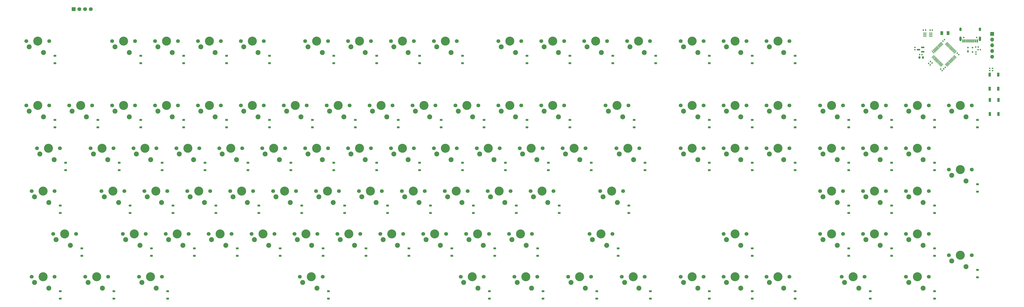
<source format=gbr>
%TF.GenerationSoftware,KiCad,Pcbnew,9.0.2*%
%TF.CreationDate,2025-06-28T16:46:27+02:00*%
%TF.ProjectId,modern-keyboard-template,6d6f6465-726e-42d6-9b65-79626f617264,rev?*%
%TF.SameCoordinates,Original*%
%TF.FileFunction,Soldermask,Bot*%
%TF.FilePolarity,Negative*%
%FSLAX46Y46*%
G04 Gerber Fmt 4.6, Leading zero omitted, Abs format (unit mm)*
G04 Created by KiCad (PCBNEW 9.0.2) date 2025-06-28 16:46:27*
%MOMM*%
%LPD*%
G01*
G04 APERTURE LIST*
G04 Aperture macros list*
%AMRoundRect*
0 Rectangle with rounded corners*
0 $1 Rounding radius*
0 $2 $3 $4 $5 $6 $7 $8 $9 X,Y pos of 4 corners*
0 Add a 4 corners polygon primitive as box body*
4,1,4,$2,$3,$4,$5,$6,$7,$8,$9,$2,$3,0*
0 Add four circle primitives for the rounded corners*
1,1,$1+$1,$2,$3*
1,1,$1+$1,$4,$5*
1,1,$1+$1,$6,$7*
1,1,$1+$1,$8,$9*
0 Add four rect primitives between the rounded corners*
20,1,$1+$1,$2,$3,$4,$5,0*
20,1,$1+$1,$4,$5,$6,$7,0*
20,1,$1+$1,$6,$7,$8,$9,0*
20,1,$1+$1,$8,$9,$2,$3,0*%
G04 Aperture macros list end*
%ADD10R,1.700000X1.700000*%
%ADD11O,1.700000X1.700000*%
%ADD12RoundRect,0.140000X-0.219203X-0.021213X-0.021213X-0.219203X0.219203X0.021213X0.021213X0.219203X0*%
%ADD13RoundRect,0.140000X-0.021213X0.219203X-0.219203X0.021213X0.021213X-0.219203X0.219203X-0.021213X0*%
%ADD14RoundRect,0.075000X-0.415425X-0.521491X0.521491X0.415425X0.415425X0.521491X-0.521491X-0.415425X0*%
%ADD15RoundRect,0.075000X0.415425X-0.521491X0.521491X-0.415425X-0.415425X0.521491X-0.521491X0.415425X0*%
%ADD16RoundRect,0.140000X-0.170000X0.140000X-0.170000X-0.140000X0.170000X-0.140000X0.170000X0.140000X0*%
%ADD17RoundRect,0.150000X0.587500X0.150000X-0.587500X0.150000X-0.587500X-0.150000X0.587500X-0.150000X0*%
%ADD18RoundRect,0.140000X0.219203X0.021213X0.021213X0.219203X-0.219203X-0.021213X-0.021213X-0.219203X0*%
%ADD19R,1.000000X1.700000*%
%ADD20RoundRect,0.140000X0.170000X-0.140000X0.170000X0.140000X-0.170000X0.140000X-0.170000X-0.140000X0*%
%ADD21RoundRect,0.135000X-0.185000X0.135000X-0.185000X-0.135000X0.185000X-0.135000X0.185000X0.135000X0*%
%ADD22O,1.000000X2.100000*%
%ADD23O,1.000000X1.600000*%
%ADD24R,0.600000X1.450000*%
%ADD25R,0.300000X1.450000*%
%ADD26C,0.650000*%
%ADD27RoundRect,0.140000X-0.140000X-0.170000X0.140000X-0.170000X0.140000X0.170000X-0.140000X0.170000X0*%
%ADD28RoundRect,0.250000X0.375000X0.625000X-0.375000X0.625000X-0.375000X-0.625000X0.375000X-0.625000X0*%
%ADD29RoundRect,0.140000X0.140000X0.170000X-0.140000X0.170000X-0.140000X-0.170000X0.140000X-0.170000X0*%
%ADD30RoundRect,0.135000X-0.135000X-0.185000X0.135000X-0.185000X0.135000X0.185000X-0.135000X0.185000X0*%
%ADD31RoundRect,0.140000X0.021213X-0.219203X0.219203X-0.021213X-0.021213X0.219203X-0.219203X0.021213X0*%
%ADD32RoundRect,0.175000X-0.175000X-0.325000X0.175000X-0.325000X0.175000X0.325000X-0.175000X0.325000X0*%
%ADD33RoundRect,0.150000X-0.200000X-0.150000X0.200000X-0.150000X0.200000X0.150000X-0.200000X0.150000X0*%
%ADD34RoundRect,0.100000X0.650000X0.100000X-0.650000X0.100000X-0.650000X-0.100000X0.650000X-0.100000X0*%
%ADD35RoundRect,0.135000X0.135000X0.185000X-0.135000X0.185000X-0.135000X-0.185000X0.135000X-0.185000X0*%
%ADD36RoundRect,0.225000X0.225000X0.250000X-0.225000X0.250000X-0.225000X-0.250000X0.225000X-0.250000X0*%
%ADD37RoundRect,0.135000X0.185000X-0.135000X0.185000X0.135000X-0.185000X0.135000X-0.185000X-0.135000X0*%
%ADD38C,2.200000*%
%ADD39C,1.700000*%
%ADD40C,4.000000*%
%ADD41RoundRect,0.225000X0.375000X-0.225000X0.375000X0.225000X-0.375000X0.225000X-0.375000X-0.225000X0*%
G04 APERTURE END LIST*
D10*
%TO.C,J2*%
X459270000Y-29730000D03*
D11*
X459270000Y-32270000D03*
X459270000Y-34810000D03*
X459270000Y-37350000D03*
X459270000Y-39890000D03*
%TD*%
D12*
%TO.C,C6*%
X436343152Y-45408370D03*
X437021974Y-46087192D03*
%TD*%
D13*
%TO.C,C5*%
X438436188Y-44701264D03*
X437757366Y-45380086D03*
%TD*%
D14*
%TO.C,U1*%
X436921212Y-43741366D03*
X436567658Y-43387812D03*
X436214105Y-43034259D03*
X435860551Y-42680705D03*
X435506998Y-42327152D03*
X435153445Y-41973599D03*
X434799891Y-41620045D03*
X434446338Y-41266492D03*
X434092785Y-40912939D03*
X433739231Y-40559385D03*
X433385678Y-40205832D03*
X433032124Y-39852278D03*
D15*
X433032124Y-37854702D03*
X433385678Y-37501148D03*
X433739231Y-37147595D03*
X434092785Y-36794041D03*
X434446338Y-36440488D03*
X434799891Y-36086935D03*
X435153445Y-35733381D03*
X435506998Y-35379828D03*
X435860551Y-35026275D03*
X436214105Y-34672721D03*
X436567658Y-34319168D03*
X436921212Y-33965614D03*
D14*
X438918788Y-33965614D03*
X439272342Y-34319168D03*
X439625895Y-34672721D03*
X439979449Y-35026275D03*
X440333002Y-35379828D03*
X440686555Y-35733381D03*
X441040109Y-36086935D03*
X441393662Y-36440488D03*
X441747215Y-36794041D03*
X442100769Y-37147595D03*
X442454322Y-37501148D03*
X442807876Y-37854702D03*
D15*
X442807876Y-39852278D03*
X442454322Y-40205832D03*
X442100769Y-40559385D03*
X441747215Y-40912939D03*
X441393662Y-41266492D03*
X441040109Y-41620045D03*
X440686555Y-41973599D03*
X440333002Y-42327152D03*
X439979449Y-42680705D03*
X439625895Y-43034259D03*
X439272342Y-43387812D03*
X438918788Y-43741366D03*
%TD*%
D16*
%TO.C,C8*%
X452020000Y-37780000D03*
X452020000Y-38740000D03*
%TD*%
D17*
%TO.C,U3*%
X428408395Y-35805221D03*
X428408395Y-37705221D03*
X426533395Y-36755221D03*
%TD*%
D18*
%TO.C,C1*%
X431718673Y-43593336D03*
X431039851Y-42914514D03*
%TD*%
D19*
%TO.C,BOOT1*%
X461980000Y-54180000D03*
X461980000Y-47880000D03*
X458180000Y-54180000D03*
X458180000Y-47880000D03*
%TD*%
D20*
%TO.C,C9*%
X424975895Y-36752721D03*
X424975895Y-35792721D03*
%TD*%
D19*
%TO.C,RST1*%
X458260000Y-59140000D03*
X458260000Y-65440000D03*
X462060000Y-59140000D03*
X462060000Y-65440000D03*
%TD*%
D21*
%TO.C,R4*%
X459370000Y-45050000D03*
X459370000Y-46070000D03*
%TD*%
D22*
%TO.C,J1*%
X453830000Y-31940000D03*
D23*
X453830000Y-27760000D03*
D22*
X445190000Y-31940000D03*
D23*
X445190000Y-27760000D03*
D24*
X446260000Y-32855000D03*
X447060000Y-32855000D03*
D25*
X447760000Y-32855000D03*
X448760000Y-32855000D03*
X450260000Y-32855000D03*
X451260000Y-32855000D03*
D24*
X451960000Y-32855000D03*
X452760000Y-32855000D03*
X452760000Y-32855000D03*
X451960000Y-32855000D03*
D25*
X450760000Y-32855000D03*
X449760000Y-32855000D03*
X449260000Y-32855000D03*
X448260000Y-32855000D03*
D24*
X447060000Y-32855000D03*
X446260000Y-32855000D03*
D26*
X452400000Y-31410000D03*
X446620000Y-31410000D03*
%TD*%
D27*
%TO.C,C43*%
X431710000Y-28050000D03*
X432670000Y-28050000D03*
%TD*%
D28*
%TO.C,F1*%
X439700000Y-29390000D03*
X436900000Y-29390000D03*
%TD*%
D29*
%TO.C,C10*%
X428070000Y-39030000D03*
X427110000Y-39030000D03*
%TD*%
D30*
%TO.C,R2*%
X452000000Y-35567500D03*
X453020000Y-35567500D03*
%TD*%
D31*
%TO.C,C4*%
X437403812Y-33005717D03*
X438082634Y-32326895D03*
%TD*%
D32*
%TO.C,U2*%
X448510000Y-37567500D03*
D33*
X448510000Y-35867500D03*
X450510000Y-35867500D03*
X450510000Y-37767500D03*
%TD*%
D12*
%TO.C,C3*%
X443767773Y-38337303D03*
X444446595Y-39016125D03*
%TD*%
D34*
%TO.C,U5*%
X431998628Y-29440000D03*
X431998628Y-30090000D03*
X431998628Y-30740000D03*
X429338628Y-30740000D03*
X429338628Y-30090000D03*
X429338628Y-29440000D03*
%TD*%
D35*
%TO.C,R1*%
X453980000Y-36797500D03*
X452960000Y-36797500D03*
%TD*%
D12*
%TO.C,C7*%
X431923735Y-42030630D03*
X432602557Y-42709452D03*
%TD*%
D36*
%TO.C,C2*%
X428495895Y-40292721D03*
X426945895Y-40292721D03*
%TD*%
D27*
%TO.C,C44*%
X428718628Y-28060000D03*
X429678628Y-28060000D03*
%TD*%
D37*
%TO.C,R3*%
X458170000Y-46120000D03*
X458170000Y-45100000D03*
%TD*%
D38*
%TO.C,MX1*%
X31750000Y-35560000D03*
X38100000Y-38100000D03*
D39*
X40640000Y-33020000D03*
D40*
X35560000Y-33020000D03*
D39*
X30480000Y-33020000D03*
%TD*%
D38*
%TO.C,MX2*%
X69850000Y-35560000D03*
X76200000Y-38100000D03*
D39*
X78740000Y-33020000D03*
D40*
X73660000Y-33020000D03*
D39*
X68580000Y-33020000D03*
%TD*%
D38*
%TO.C,MX3*%
X88900000Y-35560000D03*
X95250000Y-38100000D03*
D39*
X97790000Y-33020000D03*
D40*
X92710000Y-33020000D03*
D39*
X87630000Y-33020000D03*
%TD*%
D38*
%TO.C,MX4*%
X107950000Y-35560000D03*
X114300000Y-38100000D03*
D39*
X116840000Y-33020000D03*
D40*
X111760000Y-33020000D03*
D39*
X106680000Y-33020000D03*
%TD*%
D38*
%TO.C,MX5*%
X127000000Y-35560000D03*
X133350000Y-38100000D03*
D39*
X135890000Y-33020000D03*
D40*
X130810000Y-33020000D03*
D39*
X125730000Y-33020000D03*
%TD*%
D38*
%TO.C,MX6*%
X155575000Y-35560000D03*
X161925000Y-38100000D03*
D39*
X164465000Y-33020000D03*
D40*
X159385000Y-33020000D03*
D39*
X154305000Y-33020000D03*
%TD*%
D38*
%TO.C,MX7*%
X174625000Y-35560000D03*
X180975000Y-38100000D03*
D39*
X183515000Y-33020000D03*
D40*
X178435000Y-33020000D03*
D39*
X173355000Y-33020000D03*
%TD*%
D38*
%TO.C,MX8*%
X193675000Y-35560000D03*
X200025000Y-38100000D03*
D39*
X202565000Y-33020000D03*
D40*
X197485000Y-33020000D03*
D39*
X192405000Y-33020000D03*
%TD*%
D38*
%TO.C,MX9*%
X212725000Y-35560000D03*
X219075000Y-38100000D03*
D39*
X221615000Y-33020000D03*
D40*
X216535000Y-33020000D03*
D39*
X211455000Y-33020000D03*
%TD*%
D38*
%TO.C,MX10*%
X241300000Y-35560000D03*
X247650000Y-38100000D03*
D39*
X250190000Y-33020000D03*
D40*
X245110000Y-33020000D03*
D39*
X240030000Y-33020000D03*
%TD*%
D38*
%TO.C,MX11*%
X260350000Y-35560000D03*
X266700000Y-38100000D03*
D39*
X269240000Y-33020000D03*
D40*
X264160000Y-33020000D03*
D39*
X259080000Y-33020000D03*
%TD*%
D38*
%TO.C,MX12*%
X279400000Y-35560000D03*
X285750000Y-38100000D03*
D39*
X288290000Y-33020000D03*
D40*
X283210000Y-33020000D03*
D39*
X278130000Y-33020000D03*
%TD*%
D38*
%TO.C,MX13*%
X298450000Y-35560000D03*
X304800000Y-38100000D03*
D39*
X307340000Y-33020000D03*
D40*
X302260000Y-33020000D03*
D39*
X297180000Y-33020000D03*
%TD*%
D38*
%TO.C,MX14*%
X322262500Y-35560000D03*
X328612500Y-38100000D03*
D39*
X331152500Y-33020000D03*
D40*
X326072500Y-33020000D03*
D39*
X320992500Y-33020000D03*
%TD*%
D38*
%TO.C,MX15*%
X341312500Y-35560000D03*
X347662500Y-38100000D03*
D39*
X350202500Y-33020000D03*
D40*
X345122500Y-33020000D03*
D39*
X340042500Y-33020000D03*
%TD*%
D38*
%TO.C,MX16*%
X360362500Y-35560000D03*
X366712500Y-38100000D03*
D39*
X369252500Y-33020000D03*
D40*
X364172500Y-33020000D03*
D39*
X359092500Y-33020000D03*
%TD*%
D38*
%TO.C,MX17*%
X31750000Y-64135000D03*
X38100000Y-66675000D03*
D39*
X40640000Y-61595000D03*
D40*
X35560000Y-61595000D03*
D39*
X30480000Y-61595000D03*
%TD*%
D38*
%TO.C,MX18*%
X50800000Y-64135000D03*
X57150000Y-66675000D03*
D39*
X59690000Y-61595000D03*
D40*
X54610000Y-61595000D03*
D39*
X49530000Y-61595000D03*
%TD*%
D38*
%TO.C,MX19*%
X69850000Y-64135000D03*
X76200000Y-66675000D03*
D39*
X78740000Y-61595000D03*
D40*
X73660000Y-61595000D03*
D39*
X68580000Y-61595000D03*
%TD*%
D38*
%TO.C,MX20*%
X88900000Y-64135000D03*
X95250000Y-66675000D03*
D39*
X97790000Y-61595000D03*
D40*
X92710000Y-61595000D03*
D39*
X87630000Y-61595000D03*
%TD*%
D38*
%TO.C,MX21*%
X107950000Y-64135000D03*
X114300000Y-66675000D03*
D39*
X116840000Y-61595000D03*
D40*
X111760000Y-61595000D03*
D39*
X106680000Y-61595000D03*
%TD*%
D38*
%TO.C,MX22*%
X127000000Y-64135000D03*
X133350000Y-66675000D03*
D39*
X135890000Y-61595000D03*
D40*
X130810000Y-61595000D03*
D39*
X125730000Y-61595000D03*
%TD*%
D38*
%TO.C,MX23*%
X146050000Y-64135000D03*
X152400000Y-66675000D03*
D39*
X154940000Y-61595000D03*
D40*
X149860000Y-61595000D03*
D39*
X144780000Y-61595000D03*
%TD*%
D38*
%TO.C,MX24*%
X165100000Y-64135000D03*
X171450000Y-66675000D03*
D39*
X173990000Y-61595000D03*
D40*
X168910000Y-61595000D03*
D39*
X163830000Y-61595000D03*
%TD*%
D38*
%TO.C,MX25*%
X184150000Y-64135000D03*
X190500000Y-66675000D03*
D39*
X193040000Y-61595000D03*
D40*
X187960000Y-61595000D03*
D39*
X182880000Y-61595000D03*
%TD*%
D38*
%TO.C,MX26*%
X203200000Y-64135000D03*
X209550000Y-66675000D03*
D39*
X212090000Y-61595000D03*
D40*
X207010000Y-61595000D03*
D39*
X201930000Y-61595000D03*
%TD*%
D38*
%TO.C,MX27*%
X222250000Y-64135000D03*
X228600000Y-66675000D03*
D39*
X231140000Y-61595000D03*
D40*
X226060000Y-61595000D03*
D39*
X220980000Y-61595000D03*
%TD*%
D38*
%TO.C,MX28*%
X241300000Y-64135000D03*
X247650000Y-66675000D03*
D39*
X250190000Y-61595000D03*
D40*
X245110000Y-61595000D03*
D39*
X240030000Y-61595000D03*
%TD*%
D38*
%TO.C,MX29*%
X260350000Y-64135000D03*
X266700000Y-66675000D03*
D39*
X269240000Y-61595000D03*
D40*
X264160000Y-61595000D03*
D39*
X259080000Y-61595000D03*
%TD*%
D38*
%TO.C,MX30*%
X288925000Y-64135000D03*
X295275000Y-66675000D03*
D39*
X297815000Y-61595000D03*
D40*
X292735000Y-61595000D03*
D39*
X287655000Y-61595000D03*
%TD*%
D38*
%TO.C,MX31*%
X322262500Y-64135000D03*
X328612500Y-66675000D03*
D39*
X331152500Y-61595000D03*
D40*
X326072500Y-61595000D03*
D39*
X320992500Y-61595000D03*
%TD*%
D38*
%TO.C,MX32*%
X341312500Y-64135000D03*
X347662500Y-66675000D03*
D39*
X350202500Y-61595000D03*
D40*
X345122500Y-61595000D03*
D39*
X340042500Y-61595000D03*
%TD*%
D38*
%TO.C,MX33*%
X360362500Y-64135000D03*
X366712500Y-66675000D03*
D39*
X369252500Y-61595000D03*
D40*
X364172500Y-61595000D03*
D39*
X359092500Y-61595000D03*
%TD*%
D38*
%TO.C,MX34*%
X384175000Y-64135000D03*
X390525000Y-66675000D03*
D39*
X393065000Y-61595000D03*
D40*
X387985000Y-61595000D03*
D39*
X382905000Y-61595000D03*
%TD*%
D38*
%TO.C,MX35*%
X403225000Y-64135000D03*
X409575000Y-66675000D03*
D39*
X412115000Y-61595000D03*
D40*
X407035000Y-61595000D03*
D39*
X401955000Y-61595000D03*
%TD*%
D38*
%TO.C,MX36*%
X422275000Y-64135000D03*
X428625000Y-66675000D03*
D39*
X431165000Y-61595000D03*
D40*
X426085000Y-61595000D03*
D39*
X421005000Y-61595000D03*
%TD*%
%TO.C,MX37*%
X440055000Y-61595000D03*
D40*
X445135000Y-61595000D03*
D39*
X450215000Y-61595000D03*
D38*
X447675000Y-66675000D03*
X441325000Y-64135000D03*
%TD*%
%TO.C,MX38*%
X36512500Y-83185000D03*
X42862500Y-85725000D03*
D39*
X45402500Y-80645000D03*
D40*
X40322500Y-80645000D03*
D39*
X35242500Y-80645000D03*
%TD*%
D38*
%TO.C,MX39*%
X60325000Y-83185000D03*
X66675000Y-85725000D03*
D39*
X69215000Y-80645000D03*
D40*
X64135000Y-80645000D03*
D39*
X59055000Y-80645000D03*
%TD*%
D38*
%TO.C,MX40*%
X79375000Y-83185000D03*
X85725000Y-85725000D03*
D39*
X88265000Y-80645000D03*
D40*
X83185000Y-80645000D03*
D39*
X78105000Y-80645000D03*
%TD*%
D38*
%TO.C,MX41*%
X98425000Y-83185000D03*
X104775000Y-85725000D03*
D39*
X107315000Y-80645000D03*
D40*
X102235000Y-80645000D03*
D39*
X97155000Y-80645000D03*
%TD*%
D38*
%TO.C,MX42*%
X117475000Y-83185000D03*
X123825000Y-85725000D03*
D39*
X126365000Y-80645000D03*
D40*
X121285000Y-80645000D03*
D39*
X116205000Y-80645000D03*
%TD*%
D38*
%TO.C,MX43*%
X136525000Y-83185000D03*
X142875000Y-85725000D03*
D39*
X145415000Y-80645000D03*
D40*
X140335000Y-80645000D03*
D39*
X135255000Y-80645000D03*
%TD*%
D38*
%TO.C,MX44*%
X155575000Y-83185000D03*
X161925000Y-85725000D03*
D39*
X164465000Y-80645000D03*
D40*
X159385000Y-80645000D03*
D39*
X154305000Y-80645000D03*
%TD*%
D38*
%TO.C,MX45*%
X174625000Y-83185000D03*
X180975000Y-85725000D03*
D39*
X183515000Y-80645000D03*
D40*
X178435000Y-80645000D03*
D39*
X173355000Y-80645000D03*
%TD*%
D38*
%TO.C,MX46*%
X193675000Y-83185000D03*
X200025000Y-85725000D03*
D39*
X202565000Y-80645000D03*
D40*
X197485000Y-80645000D03*
D39*
X192405000Y-80645000D03*
%TD*%
D38*
%TO.C,MX47*%
X212725000Y-83185000D03*
X219075000Y-85725000D03*
D39*
X221615000Y-80645000D03*
D40*
X216535000Y-80645000D03*
D39*
X211455000Y-80645000D03*
%TD*%
D38*
%TO.C,MX48*%
X231775000Y-83185000D03*
X238125000Y-85725000D03*
D39*
X240665000Y-80645000D03*
D40*
X235585000Y-80645000D03*
D39*
X230505000Y-80645000D03*
%TD*%
D38*
%TO.C,MX49*%
X250825000Y-83185000D03*
X257175000Y-85725000D03*
D39*
X259715000Y-80645000D03*
D40*
X254635000Y-80645000D03*
D39*
X249555000Y-80645000D03*
%TD*%
D38*
%TO.C,MX50*%
X269875000Y-83185000D03*
X276225000Y-85725000D03*
D39*
X278765000Y-80645000D03*
D40*
X273685000Y-80645000D03*
D39*
X268605000Y-80645000D03*
%TD*%
D38*
%TO.C,MX51*%
X293687500Y-83185000D03*
X300037500Y-85725000D03*
D39*
X302577500Y-80645000D03*
D40*
X297497500Y-80645000D03*
D39*
X292417500Y-80645000D03*
%TD*%
D38*
%TO.C,MX52*%
X322262500Y-83185000D03*
X328612500Y-85725000D03*
D39*
X331152500Y-80645000D03*
D40*
X326072500Y-80645000D03*
D39*
X320992500Y-80645000D03*
%TD*%
D38*
%TO.C,MX53*%
X341312500Y-83185000D03*
X347662500Y-85725000D03*
D39*
X350202500Y-80645000D03*
D40*
X345122500Y-80645000D03*
D39*
X340042500Y-80645000D03*
%TD*%
D38*
%TO.C,MX54*%
X360362500Y-83185000D03*
X366712500Y-85725000D03*
D39*
X369252500Y-80645000D03*
D40*
X364172500Y-80645000D03*
D39*
X359092500Y-80645000D03*
%TD*%
D38*
%TO.C,MX55*%
X384175000Y-83185000D03*
X390525000Y-85725000D03*
D39*
X393065000Y-80645000D03*
D40*
X387985000Y-80645000D03*
D39*
X382905000Y-80645000D03*
%TD*%
D38*
%TO.C,MX56*%
X403225000Y-83185000D03*
X409575000Y-85725000D03*
D39*
X412115000Y-80645000D03*
D40*
X407035000Y-80645000D03*
D39*
X401955000Y-80645000D03*
%TD*%
D38*
%TO.C,MX57*%
X422275000Y-83185000D03*
X428625000Y-85725000D03*
D39*
X431165000Y-80645000D03*
D40*
X426085000Y-80645000D03*
D39*
X421005000Y-80645000D03*
%TD*%
D38*
%TO.C,MX58*%
X441325000Y-92710000D03*
X447675000Y-95250000D03*
D39*
X450215000Y-90170000D03*
D40*
X445135000Y-90170000D03*
D39*
X440055000Y-90170000D03*
%TD*%
D38*
%TO.C,MX59*%
X34131250Y-102235000D03*
X40481250Y-104775000D03*
D39*
X43021250Y-99695000D03*
D40*
X37941250Y-99695000D03*
D39*
X32861250Y-99695000D03*
%TD*%
D38*
%TO.C,MX60*%
X65087500Y-102235000D03*
X71437500Y-104775000D03*
D39*
X73977500Y-99695000D03*
D40*
X68897500Y-99695000D03*
D39*
X63817500Y-99695000D03*
%TD*%
D38*
%TO.C,MX61*%
X84137500Y-102235000D03*
X90487500Y-104775000D03*
D39*
X93027500Y-99695000D03*
D40*
X87947500Y-99695000D03*
D39*
X82867500Y-99695000D03*
%TD*%
D38*
%TO.C,MX62*%
X103187500Y-102235000D03*
X109537500Y-104775000D03*
D39*
X112077500Y-99695000D03*
D40*
X106997500Y-99695000D03*
D39*
X101917500Y-99695000D03*
%TD*%
D38*
%TO.C,MX63*%
X122237500Y-102235000D03*
X128587500Y-104775000D03*
D39*
X131127500Y-99695000D03*
D40*
X126047500Y-99695000D03*
D39*
X120967500Y-99695000D03*
%TD*%
D38*
%TO.C,MX64*%
X141287500Y-102235000D03*
X147637500Y-104775000D03*
D39*
X150177500Y-99695000D03*
D40*
X145097500Y-99695000D03*
D39*
X140017500Y-99695000D03*
%TD*%
D38*
%TO.C,MX65*%
X160337500Y-102235000D03*
X166687500Y-104775000D03*
D39*
X169227500Y-99695000D03*
D40*
X164147500Y-99695000D03*
D39*
X159067500Y-99695000D03*
%TD*%
D38*
%TO.C,MX66*%
X179387500Y-102235000D03*
X185737500Y-104775000D03*
D39*
X188277500Y-99695000D03*
D40*
X183197500Y-99695000D03*
D39*
X178117500Y-99695000D03*
%TD*%
D38*
%TO.C,MX67*%
X198437500Y-102235000D03*
X204787500Y-104775000D03*
D39*
X207327500Y-99695000D03*
D40*
X202247500Y-99695000D03*
D39*
X197167500Y-99695000D03*
%TD*%
D38*
%TO.C,MX68*%
X217487500Y-102235000D03*
X223837500Y-104775000D03*
D39*
X226377500Y-99695000D03*
D40*
X221297500Y-99695000D03*
D39*
X216217500Y-99695000D03*
%TD*%
D38*
%TO.C,MX69*%
X236537500Y-102235000D03*
X242887500Y-104775000D03*
D39*
X245427500Y-99695000D03*
D40*
X240347500Y-99695000D03*
D39*
X235267500Y-99695000D03*
%TD*%
D38*
%TO.C,MX70*%
X255587500Y-102235000D03*
X261937500Y-104775000D03*
D39*
X264477500Y-99695000D03*
D40*
X259397500Y-99695000D03*
D39*
X254317500Y-99695000D03*
%TD*%
D38*
%TO.C,MX71*%
X286543750Y-102235000D03*
X292893750Y-104775000D03*
D39*
X295433750Y-99695000D03*
D40*
X290353750Y-99695000D03*
D39*
X285273750Y-99695000D03*
%TD*%
D38*
%TO.C,MX72*%
X384175000Y-102235000D03*
X390525000Y-104775000D03*
D39*
X393065000Y-99695000D03*
D40*
X387985000Y-99695000D03*
D39*
X382905000Y-99695000D03*
%TD*%
D38*
%TO.C,MX73*%
X403225000Y-102235000D03*
X409575000Y-104775000D03*
D39*
X412115000Y-99695000D03*
D40*
X407035000Y-99695000D03*
D39*
X401955000Y-99695000D03*
%TD*%
D38*
%TO.C,MX74*%
X422275000Y-102235000D03*
X428625000Y-104775000D03*
D39*
X431165000Y-99695000D03*
D40*
X426085000Y-99695000D03*
D39*
X421005000Y-99695000D03*
%TD*%
D38*
%TO.C,MX75*%
X43656250Y-121285000D03*
X50006250Y-123825000D03*
D39*
X52546250Y-118745000D03*
D40*
X47466250Y-118745000D03*
D39*
X42386250Y-118745000D03*
%TD*%
D38*
%TO.C,MX76*%
X74612500Y-121285000D03*
X80962500Y-123825000D03*
D39*
X83502500Y-118745000D03*
D40*
X78422500Y-118745000D03*
D39*
X73342500Y-118745000D03*
%TD*%
D38*
%TO.C,MX77*%
X93662500Y-121285000D03*
X100012500Y-123825000D03*
D39*
X102552500Y-118745000D03*
D40*
X97472500Y-118745000D03*
D39*
X92392500Y-118745000D03*
%TD*%
D38*
%TO.C,MX78*%
X112712500Y-121285000D03*
X119062500Y-123825000D03*
D39*
X121602500Y-118745000D03*
D40*
X116522500Y-118745000D03*
D39*
X111442500Y-118745000D03*
%TD*%
D38*
%TO.C,MX79*%
X131762500Y-121285000D03*
X138112500Y-123825000D03*
D39*
X140652500Y-118745000D03*
D40*
X135572500Y-118745000D03*
D39*
X130492500Y-118745000D03*
%TD*%
D38*
%TO.C,MX80*%
X150812500Y-121285000D03*
X157162500Y-123825000D03*
D39*
X159702500Y-118745000D03*
D40*
X154622500Y-118745000D03*
D39*
X149542500Y-118745000D03*
%TD*%
D38*
%TO.C,MX81*%
X169862500Y-121285000D03*
X176212500Y-123825000D03*
D39*
X178752500Y-118745000D03*
D40*
X173672500Y-118745000D03*
D39*
X168592500Y-118745000D03*
%TD*%
D38*
%TO.C,MX82*%
X188912500Y-121285000D03*
X195262500Y-123825000D03*
D39*
X197802500Y-118745000D03*
D40*
X192722500Y-118745000D03*
D39*
X187642500Y-118745000D03*
%TD*%
D38*
%TO.C,MX83*%
X207962500Y-121285000D03*
X214312500Y-123825000D03*
D39*
X216852500Y-118745000D03*
D40*
X211772500Y-118745000D03*
D39*
X206692500Y-118745000D03*
%TD*%
D38*
%TO.C,MX84*%
X227012500Y-121285000D03*
X233362500Y-123825000D03*
D39*
X235902500Y-118745000D03*
D40*
X230822500Y-118745000D03*
D39*
X225742500Y-118745000D03*
%TD*%
D38*
%TO.C,MX85*%
X246062500Y-121285000D03*
X252412500Y-123825000D03*
D39*
X254952500Y-118745000D03*
D40*
X249872500Y-118745000D03*
D39*
X244792500Y-118745000D03*
%TD*%
D38*
%TO.C,MX86*%
X281781250Y-121285000D03*
X288131250Y-123825000D03*
D39*
X290671250Y-118745000D03*
D40*
X285591250Y-118745000D03*
D39*
X280511250Y-118745000D03*
%TD*%
D38*
%TO.C,MX87*%
X341312500Y-121285000D03*
X347662500Y-123825000D03*
D39*
X350202500Y-118745000D03*
D40*
X345122500Y-118745000D03*
D39*
X340042500Y-118745000D03*
%TD*%
D38*
%TO.C,MX88*%
X384175000Y-121285000D03*
X390525000Y-123825000D03*
D39*
X393065000Y-118745000D03*
D40*
X387985000Y-118745000D03*
D39*
X382905000Y-118745000D03*
%TD*%
D38*
%TO.C,MX89*%
X403225000Y-121285000D03*
X409575000Y-123825000D03*
D39*
X412115000Y-118745000D03*
D40*
X407035000Y-118745000D03*
D39*
X401955000Y-118745000D03*
%TD*%
D38*
%TO.C,MX90*%
X422275000Y-121285000D03*
X428625000Y-123825000D03*
D39*
X431165000Y-118745000D03*
D40*
X426085000Y-118745000D03*
D39*
X421005000Y-118745000D03*
%TD*%
D38*
%TO.C,MX91*%
X441325000Y-130810000D03*
X447675000Y-133350000D03*
D39*
X450215000Y-128270000D03*
D40*
X445135000Y-128270000D03*
D39*
X440055000Y-128270000D03*
%TD*%
D38*
%TO.C,MX92*%
X34131250Y-140335000D03*
X40481250Y-142875000D03*
D39*
X43021250Y-137795000D03*
D40*
X37941250Y-137795000D03*
D39*
X32861250Y-137795000D03*
%TD*%
D38*
%TO.C,MX93*%
X57943750Y-140335000D03*
X64293750Y-142875000D03*
D39*
X66833750Y-137795000D03*
D40*
X61753750Y-137795000D03*
D39*
X56673750Y-137795000D03*
%TD*%
D38*
%TO.C,MX94*%
X81756250Y-140335000D03*
X88106250Y-142875000D03*
D39*
X90646250Y-137795000D03*
D40*
X85566250Y-137795000D03*
D39*
X80486250Y-137795000D03*
%TD*%
D38*
%TO.C,MX95*%
X153193750Y-140335000D03*
X159543750Y-142875000D03*
D39*
X162083750Y-137795000D03*
D40*
X157003750Y-137795000D03*
D39*
X151923750Y-137795000D03*
%TD*%
D38*
%TO.C,MX96*%
X224631250Y-140335000D03*
X230981250Y-142875000D03*
D39*
X233521250Y-137795000D03*
D40*
X228441250Y-137795000D03*
D39*
X223361250Y-137795000D03*
%TD*%
D38*
%TO.C,MX97*%
X248443750Y-140335000D03*
X254793750Y-142875000D03*
D39*
X257333750Y-137795000D03*
D40*
X252253750Y-137795000D03*
D39*
X247173750Y-137795000D03*
%TD*%
D38*
%TO.C,MX98*%
X272256250Y-140335000D03*
X278606250Y-142875000D03*
D39*
X281146250Y-137795000D03*
D40*
X276066250Y-137795000D03*
D39*
X270986250Y-137795000D03*
%TD*%
D38*
%TO.C,MX99*%
X296068750Y-140335000D03*
X302418750Y-142875000D03*
D39*
X304958750Y-137795000D03*
D40*
X299878750Y-137795000D03*
D39*
X294798750Y-137795000D03*
%TD*%
D38*
%TO.C,MX100*%
X322262500Y-140335000D03*
X328612500Y-142875000D03*
D39*
X331152500Y-137795000D03*
D40*
X326072500Y-137795000D03*
D39*
X320992500Y-137795000D03*
%TD*%
%TO.C,MX101*%
X340042500Y-137795000D03*
D40*
X345122500Y-137795000D03*
D39*
X350202500Y-137795000D03*
D38*
X347662500Y-142875000D03*
X341312500Y-140335000D03*
%TD*%
D39*
%TO.C,MX102*%
X359092500Y-137795000D03*
D40*
X364172500Y-137795000D03*
D39*
X369252500Y-137795000D03*
D38*
X366712500Y-142875000D03*
X360362500Y-140335000D03*
%TD*%
D39*
%TO.C,MX103*%
X392430000Y-137795000D03*
D40*
X397510000Y-137795000D03*
D39*
X402590000Y-137795000D03*
D38*
X400050000Y-142875000D03*
X393700000Y-140335000D03*
%TD*%
D39*
%TO.C,MX104*%
X421005000Y-137795000D03*
D40*
X426085000Y-137795000D03*
D39*
X431165000Y-137795000D03*
D38*
X428625000Y-142875000D03*
X422275000Y-140335000D03*
%TD*%
D41*
%TO.C,D37*%
X452755000Y-68055000D03*
X452755000Y-71355000D03*
%TD*%
%TO.C,D105*%
X433705000Y-147555000D03*
X433705000Y-144255000D03*
%TD*%
%TO.C,D104*%
X405130000Y-147555000D03*
X405130000Y-144255000D03*
%TD*%
%TO.C,D103*%
X371792500Y-147555000D03*
X371792500Y-144255000D03*
%TD*%
%TO.C,D101*%
X352742500Y-147555000D03*
X352742500Y-144255000D03*
%TD*%
%TO.C,D100*%
X333692500Y-147555000D03*
X333692500Y-144255000D03*
%TD*%
%TO.C,D99*%
X307498750Y-147555000D03*
X307498750Y-144255000D03*
%TD*%
%TO.C,D98*%
X283686250Y-147555000D03*
X283686250Y-144255000D03*
%TD*%
%TO.C,D97*%
X259873750Y-147555000D03*
X259873750Y-144255000D03*
%TD*%
%TO.C,D96*%
X236061250Y-147555000D03*
X236061250Y-144255000D03*
%TD*%
%TO.C,D95*%
X164623750Y-147555000D03*
X164623750Y-144255000D03*
%TD*%
%TO.C,D94*%
X93186250Y-147555000D03*
X93186250Y-144255000D03*
%TD*%
%TO.C,D93*%
X69373750Y-147555000D03*
X69373750Y-144255000D03*
%TD*%
%TO.C,D92*%
X45561250Y-147555000D03*
X45561250Y-144255000D03*
%TD*%
%TO.C,D91*%
X452755000Y-138030000D03*
X452755000Y-134730000D03*
%TD*%
%TO.C,D90*%
X433705000Y-128505000D03*
X433705000Y-125205000D03*
%TD*%
%TO.C,D89*%
X414655000Y-128505000D03*
X414655000Y-125205000D03*
%TD*%
%TO.C,D88*%
X395605000Y-128505000D03*
X395605000Y-125205000D03*
%TD*%
%TO.C,D87*%
X352742500Y-128505000D03*
X352742500Y-125205000D03*
%TD*%
%TO.C,D86*%
X293211250Y-128505000D03*
X293211250Y-125205000D03*
%TD*%
%TO.C,D85*%
X257492500Y-128505000D03*
X257492500Y-125205000D03*
%TD*%
%TO.C,D84*%
X238442500Y-128505000D03*
X238442500Y-125205000D03*
%TD*%
%TO.C,D83*%
X219392500Y-128505000D03*
X219392500Y-125205000D03*
%TD*%
%TO.C,D82*%
X200342500Y-128505000D03*
X200342500Y-125205000D03*
%TD*%
%TO.C,D81*%
X181292500Y-128505000D03*
X181292500Y-125205000D03*
%TD*%
%TO.C,D80*%
X162242500Y-128505000D03*
X162242500Y-125205000D03*
%TD*%
%TO.C,D79*%
X143192500Y-128505000D03*
X143192500Y-125205000D03*
%TD*%
%TO.C,D78*%
X124142500Y-128505000D03*
X124142500Y-125205000D03*
%TD*%
%TO.C,D77*%
X105092500Y-128505000D03*
X105092500Y-125205000D03*
%TD*%
%TO.C,D76*%
X86042500Y-128505000D03*
X86042500Y-125205000D03*
%TD*%
%TO.C,D75*%
X55086250Y-128505000D03*
X55086250Y-125205000D03*
%TD*%
%TO.C,D74*%
X433705000Y-109455000D03*
X433705000Y-106155000D03*
%TD*%
%TO.C,D73*%
X414655000Y-109455000D03*
X414655000Y-106155000D03*
%TD*%
%TO.C,D72*%
X395605000Y-109455000D03*
X395605000Y-106155000D03*
%TD*%
%TO.C,D71*%
X297973750Y-109455000D03*
X297973750Y-106155000D03*
%TD*%
%TO.C,D70*%
X267017500Y-109455000D03*
X267017500Y-106155000D03*
%TD*%
%TO.C,D69*%
X247967500Y-109455000D03*
X247967500Y-106155000D03*
%TD*%
%TO.C,D68*%
X228917500Y-109455000D03*
X228917500Y-106155000D03*
%TD*%
%TO.C,D67*%
X209867500Y-109455000D03*
X209867500Y-106155000D03*
%TD*%
%TO.C,D66*%
X190817500Y-109455000D03*
X190817500Y-106155000D03*
%TD*%
%TO.C,D65*%
X171767500Y-109455000D03*
X171767500Y-106155000D03*
%TD*%
%TO.C,D64*%
X152717500Y-109455000D03*
X152717500Y-106155000D03*
%TD*%
%TO.C,D63*%
X133667500Y-109455000D03*
X133667500Y-106155000D03*
%TD*%
%TO.C,D62*%
X114617500Y-109455000D03*
X114617500Y-106155000D03*
%TD*%
%TO.C,D61*%
X95567500Y-109455000D03*
X95567500Y-106155000D03*
%TD*%
%TO.C,D60*%
X76517500Y-109455000D03*
X76517500Y-106155000D03*
%TD*%
%TO.C,D59*%
X45561250Y-109455000D03*
X45561250Y-106155000D03*
%TD*%
%TO.C,D58*%
X452755000Y-99930000D03*
X452755000Y-96630000D03*
%TD*%
%TO.C,D57*%
X433705000Y-90405000D03*
X433705000Y-87105000D03*
%TD*%
%TO.C,D56*%
X414655000Y-90405000D03*
X414655000Y-87105000D03*
%TD*%
%TO.C,D55*%
X395605000Y-90405000D03*
X395605000Y-87105000D03*
%TD*%
%TO.C,D54*%
X371792500Y-90405000D03*
X371792500Y-87105000D03*
%TD*%
%TO.C,D53*%
X352742500Y-90405000D03*
X352742500Y-87105000D03*
%TD*%
%TO.C,D52*%
X333692500Y-90405000D03*
X333692500Y-87105000D03*
%TD*%
%TO.C,D51*%
X305117500Y-90405000D03*
X305117500Y-87105000D03*
%TD*%
%TO.C,D50*%
X281305000Y-90405000D03*
X281305000Y-87105000D03*
%TD*%
%TO.C,D49*%
X262255000Y-90405000D03*
X262255000Y-87105000D03*
%TD*%
%TO.C,D48*%
X243205000Y-90405000D03*
X243205000Y-87105000D03*
%TD*%
%TO.C,D47*%
X224155000Y-90405000D03*
X224155000Y-87105000D03*
%TD*%
%TO.C,D46*%
X205105000Y-90405000D03*
X205105000Y-87105000D03*
%TD*%
%TO.C,D45*%
X186055000Y-90405000D03*
X186055000Y-87105000D03*
%TD*%
%TO.C,D44*%
X167005000Y-90405000D03*
X167005000Y-87105000D03*
%TD*%
%TO.C,D43*%
X147955000Y-90405000D03*
X147955000Y-87105000D03*
%TD*%
%TO.C,D42*%
X128905000Y-90405000D03*
X128905000Y-87105000D03*
%TD*%
%TO.C,D41*%
X109855000Y-90405000D03*
X109855000Y-87105000D03*
%TD*%
%TO.C,D40*%
X90805000Y-90405000D03*
X90805000Y-87105000D03*
%TD*%
%TO.C,D39*%
X71755000Y-90405000D03*
X71755000Y-87105000D03*
%TD*%
%TO.C,D38*%
X47942500Y-90405000D03*
X47942500Y-87105000D03*
%TD*%
%TO.C,D36*%
X433705000Y-71355000D03*
X433705000Y-68055000D03*
%TD*%
%TO.C,D35*%
X414655000Y-71355000D03*
X414655000Y-68055000D03*
%TD*%
%TO.C,D34*%
X395605000Y-71355000D03*
X395605000Y-68055000D03*
%TD*%
%TO.C,D33*%
X371792500Y-71355000D03*
X371792500Y-68055000D03*
%TD*%
%TO.C,D32*%
X352742500Y-71355000D03*
X352742500Y-68055000D03*
%TD*%
%TO.C,D31*%
X333692500Y-71355000D03*
X333692500Y-68055000D03*
%TD*%
%TO.C,D30*%
X300355000Y-71355000D03*
X300355000Y-68055000D03*
%TD*%
%TO.C,D29*%
X271780000Y-71355000D03*
X271780000Y-68055000D03*
%TD*%
%TO.C,D28*%
X252730000Y-71355000D03*
X252730000Y-68055000D03*
%TD*%
%TO.C,D27*%
X233680000Y-71355000D03*
X233680000Y-68055000D03*
%TD*%
%TO.C,D26*%
X214630000Y-71355000D03*
X214630000Y-68055000D03*
%TD*%
%TO.C,D25*%
X195580000Y-71355000D03*
X195580000Y-68055000D03*
%TD*%
%TO.C,D24*%
X176530000Y-71355000D03*
X176530000Y-68055000D03*
%TD*%
%TO.C,D23*%
X157480000Y-71355000D03*
X157480000Y-68055000D03*
%TD*%
%TO.C,D22*%
X138430000Y-71355000D03*
X138430000Y-68055000D03*
%TD*%
%TO.C,D21*%
X119380000Y-71355000D03*
X119380000Y-68055000D03*
%TD*%
%TO.C,D20*%
X100330000Y-71355000D03*
X100330000Y-68055000D03*
%TD*%
%TO.C,D19*%
X81280000Y-71355000D03*
X81280000Y-68055000D03*
%TD*%
%TO.C,D18*%
X62230000Y-71355000D03*
X62230000Y-68055000D03*
%TD*%
%TO.C,D17*%
X43180000Y-71355000D03*
X43180000Y-68055000D03*
%TD*%
%TO.C,D16*%
X371792500Y-42780000D03*
X371792500Y-39480000D03*
%TD*%
%TO.C,D15*%
X352742500Y-42780000D03*
X352742500Y-39480000D03*
%TD*%
%TO.C,D14*%
X333692500Y-42780000D03*
X333692500Y-39480000D03*
%TD*%
%TO.C,D13*%
X309880000Y-42780000D03*
X309880000Y-39480000D03*
%TD*%
%TO.C,D12*%
X290830000Y-42780000D03*
X290830000Y-39480000D03*
%TD*%
%TO.C,D11*%
X271780000Y-42780000D03*
X271780000Y-39480000D03*
%TD*%
%TO.C,D10*%
X252730000Y-42780000D03*
X252730000Y-39480000D03*
%TD*%
%TO.C,D9*%
X224155000Y-42780000D03*
X224155000Y-39480000D03*
%TD*%
%TO.C,D8*%
X205105000Y-42780000D03*
X205105000Y-39480000D03*
%TD*%
%TO.C,D7*%
X186055000Y-42780000D03*
X186055000Y-39480000D03*
%TD*%
%TO.C,D6*%
X167005000Y-42780000D03*
X167005000Y-39480000D03*
%TD*%
%TO.C,D5*%
X138430000Y-42780000D03*
X138430000Y-39480000D03*
%TD*%
%TO.C,D4*%
X119380000Y-42780000D03*
X119380000Y-39480000D03*
%TD*%
%TO.C,D3*%
X100330000Y-42780000D03*
X100330000Y-39480000D03*
%TD*%
%TO.C,D2*%
X81280000Y-42780000D03*
X81280000Y-39480000D03*
%TD*%
%TO.C,D1*%
X43180000Y-42780000D03*
X43180000Y-39480000D03*
%TD*%
D10*
%TO.C,J3*%
X51450000Y-18770000D03*
D39*
X53990000Y-18770000D03*
X56530000Y-18770000D03*
X59070000Y-18770000D03*
%TD*%
M02*

</source>
